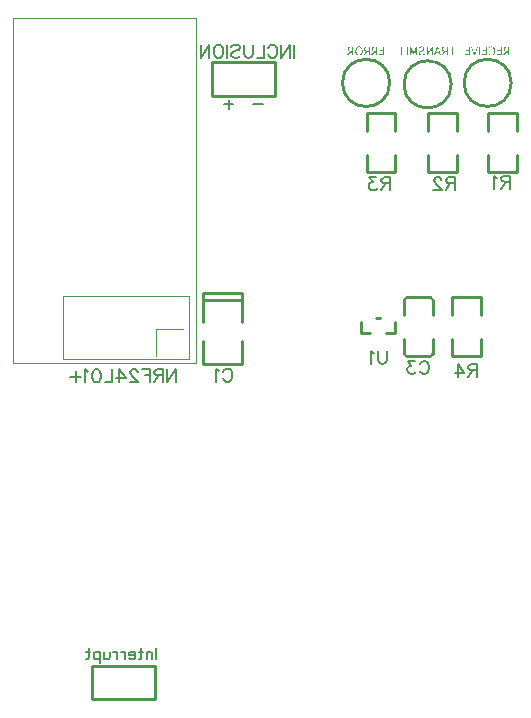
<source format=gbo>
G04 Layer: BottomSilkLayer*
G04 EasyEDA v6.4.19.5, 2021-05-22T19:54:24+02:00*
G04 224cf8713a1a4faea1e3f274148ba73b,c38686c9fe6447858fcbf2546f174441,10*
G04 Gerber Generator version 0.2*
G04 Scale: 100 percent, Rotated: No, Reflected: No *
G04 Dimensions in millimeters *
G04 leading zeros omitted , absolute positions ,4 integer and 5 decimal *
%FSLAX45Y45*%
%MOMM*%

%ADD10C,0.2540*%
%ADD19C,0.2032*%
%ADD20C,0.1200*%
%ADD21C,0.1524*%

%LPD*%
G36*
X-1214628Y977392D02*
G01*
X-1221282Y976731D01*
X-1227378Y974750D01*
X-1232763Y971550D01*
X-1237335Y967181D01*
X-1241044Y961745D01*
X-1243787Y955192D01*
X-1245514Y947724D01*
X-1246124Y939292D01*
X-1237488Y939292D01*
X-1237081Y945997D01*
X-1235862Y952042D01*
X-1233932Y957275D01*
X-1231290Y961694D01*
X-1227988Y965250D01*
X-1224076Y967841D01*
X-1219606Y969467D01*
X-1214628Y970026D01*
X-1209700Y969467D01*
X-1205331Y967841D01*
X-1201470Y965250D01*
X-1198168Y961694D01*
X-1195578Y957275D01*
X-1193647Y952042D01*
X-1192428Y945997D01*
X-1192022Y939292D01*
X-1192428Y932383D01*
X-1193647Y926236D01*
X-1195578Y920851D01*
X-1198168Y916279D01*
X-1201470Y912672D01*
X-1205331Y909980D01*
X-1209700Y908354D01*
X-1214628Y907796D01*
X-1219606Y908354D01*
X-1224076Y909980D01*
X-1227988Y912672D01*
X-1231290Y916279D01*
X-1233932Y920851D01*
X-1235862Y926236D01*
X-1237081Y932383D01*
X-1237488Y939292D01*
X-1246124Y939292D01*
X-1245514Y930757D01*
X-1243787Y923137D01*
X-1241044Y916482D01*
X-1237335Y910894D01*
X-1232763Y906424D01*
X-1227378Y903122D01*
X-1221282Y901141D01*
X-1214628Y900430D01*
X-1208024Y901141D01*
X-1202029Y903122D01*
X-1196695Y906424D01*
X-1192174Y910894D01*
X-1188466Y916482D01*
X-1185672Y923137D01*
X-1183995Y930757D01*
X-1183386Y939292D01*
X-1183995Y947724D01*
X-1185672Y955192D01*
X-1188466Y961745D01*
X-1192174Y967181D01*
X-1196695Y971550D01*
X-1202029Y974750D01*
X-1208024Y976731D01*
G37*
G36*
X-1285240Y976121D02*
G01*
X-1290726Y975868D01*
X-1295704Y975055D01*
X-1300124Y973632D01*
X-1303934Y971550D01*
X-1306982Y968756D01*
X-1309217Y965200D01*
X-1310640Y960831D01*
X-1311148Y955548D01*
X-1302512Y955548D01*
X-1301292Y961999D01*
X-1297736Y966216D01*
X-1291894Y968552D01*
X-1283970Y969264D01*
X-1271016Y969264D01*
X-1271016Y940816D01*
X-1283970Y940816D01*
X-1291894Y941679D01*
X-1297736Y944371D01*
X-1301292Y948944D01*
X-1302512Y955548D01*
X-1311148Y955548D01*
X-1309928Y947674D01*
X-1306423Y941628D01*
X-1300988Y937310D01*
X-1293876Y934719D01*
X-1312926Y901700D01*
X-1303528Y901700D01*
X-1284986Y933703D01*
X-1271016Y933703D01*
X-1271016Y901700D01*
X-1262634Y901700D01*
X-1262634Y976121D01*
G37*
G36*
X-1146810Y976121D02*
G01*
X-1152194Y975868D01*
X-1157122Y975055D01*
X-1161491Y973632D01*
X-1165250Y971550D01*
X-1168298Y968756D01*
X-1170584Y965200D01*
X-1171956Y960831D01*
X-1172464Y955548D01*
X-1164082Y955548D01*
X-1162862Y961999D01*
X-1159306Y966216D01*
X-1153464Y968552D01*
X-1145540Y969264D01*
X-1132332Y969264D01*
X-1132332Y940816D01*
X-1145540Y940816D01*
X-1153464Y941679D01*
X-1159306Y944371D01*
X-1162862Y948944D01*
X-1164082Y955548D01*
X-1172464Y955548D01*
X-1171244Y947674D01*
X-1167739Y941628D01*
X-1162304Y937310D01*
X-1155192Y934719D01*
X-1174496Y901700D01*
X-1164844Y901700D01*
X-1146302Y933703D01*
X-1132332Y933703D01*
X-1132332Y901700D01*
X-1123950Y901700D01*
X-1123950Y976121D01*
G37*
G36*
X-1083056Y976121D02*
G01*
X-1088542Y975868D01*
X-1093470Y975055D01*
X-1097889Y973632D01*
X-1101598Y971550D01*
X-1104595Y968756D01*
X-1106830Y965200D01*
X-1108252Y960831D01*
X-1108710Y955548D01*
X-1100328Y955548D01*
X-1099108Y961999D01*
X-1095552Y966216D01*
X-1089710Y968552D01*
X-1081786Y969264D01*
X-1068832Y969264D01*
X-1068832Y940816D01*
X-1081786Y940816D01*
X-1089710Y941679D01*
X-1095552Y944371D01*
X-1099108Y948944D01*
X-1100328Y955548D01*
X-1108710Y955548D01*
X-1107490Y947674D01*
X-1103985Y941628D01*
X-1098550Y937310D01*
X-1091438Y934719D01*
X-1110742Y901700D01*
X-1101344Y901700D01*
X-1082548Y933703D01*
X-1068832Y933703D01*
X-1068832Y901700D01*
X-1060196Y901700D01*
X-1060196Y976121D01*
G37*
G36*
X-1043432Y976121D02*
G01*
X-1043432Y969010D01*
X-1009396Y969010D01*
X-1009396Y944371D01*
X-1037844Y944371D01*
X-1037844Y937260D01*
X-1009396Y937260D01*
X-1009396Y908812D01*
X-1044448Y908812D01*
X-1044448Y901700D01*
X-1001014Y901700D01*
X-1001014Y976121D01*
G37*
G36*
X-94183Y977392D02*
G01*
X-100584Y976630D01*
X-106121Y974648D01*
X-110794Y971702D01*
X-114503Y968248D01*
X-109677Y962914D01*
X-106578Y965860D01*
X-102971Y968095D01*
X-98856Y969518D01*
X-94183Y970026D01*
X-89001Y969467D01*
X-84328Y967841D01*
X-80264Y965250D01*
X-76809Y961694D01*
X-74015Y957224D01*
X-71983Y951941D01*
X-70713Y945845D01*
X-70307Y939037D01*
X-70713Y932230D01*
X-71932Y926134D01*
X-73964Y920800D01*
X-76657Y916279D01*
X-80060Y912672D01*
X-84124Y909980D01*
X-88747Y908354D01*
X-93929Y907796D01*
X-99060Y908354D01*
X-103632Y910031D01*
X-107696Y912723D01*
X-111455Y916432D01*
X-116281Y911098D01*
X-111607Y906526D01*
X-106375Y903173D01*
X-100431Y901141D01*
X-93675Y900430D01*
X-86969Y901090D01*
X-80822Y903071D01*
X-75387Y906271D01*
X-70713Y910640D01*
X-66903Y916178D01*
X-64058Y922731D01*
X-62280Y930300D01*
X-61671Y938784D01*
X-62280Y947318D01*
X-64109Y954887D01*
X-67005Y961491D01*
X-70866Y967028D01*
X-75641Y971448D01*
X-81178Y974699D01*
X-87376Y976731D01*
G37*
G36*
X-318719Y976121D02*
G01*
X-318719Y969010D01*
X-284937Y969010D01*
X-284937Y944371D01*
X-313385Y944371D01*
X-313385Y937260D01*
X-284937Y937260D01*
X-284937Y908812D01*
X-319989Y908812D01*
X-319989Y901700D01*
X-276555Y901700D01*
X-276555Y976121D01*
G37*
G36*
X-265887Y976121D02*
G01*
X-242265Y901700D01*
X-232613Y901700D01*
X-208737Y976121D01*
X-217627Y976121D01*
X-235356Y916686D01*
X-237439Y910336D01*
X-237693Y910336D01*
X-257505Y976121D01*
G37*
G36*
X-198069Y976121D02*
G01*
X-198069Y901700D01*
X-189687Y901700D01*
X-189687Y976121D01*
G37*
G36*
X-172669Y976121D02*
G01*
X-172669Y969010D01*
X-138887Y969010D01*
X-138887Y944371D01*
X-167335Y944371D01*
X-167335Y937260D01*
X-138887Y937260D01*
X-138887Y908812D01*
X-173939Y908812D01*
X-173939Y901700D01*
X-130251Y901700D01*
X-130251Y976121D01*
G37*
G36*
X-48971Y976121D02*
G01*
X-48971Y969010D01*
X-14935Y969010D01*
X-14935Y944371D01*
X-43637Y944371D01*
X-43637Y937260D01*
X-14935Y937260D01*
X-14935Y908812D01*
X-49987Y908812D01*
X-49987Y901700D01*
X-6553Y901700D01*
X-6553Y976121D01*
G37*
G36*
X34340Y976121D02*
G01*
X28905Y975868D01*
X23926Y975055D01*
X19558Y973632D01*
X15798Y971550D01*
X12801Y968756D01*
X10566Y965200D01*
X9194Y960831D01*
X8686Y955548D01*
X17068Y955548D01*
X18288Y961999D01*
X21894Y966216D01*
X27686Y968552D01*
X35610Y969264D01*
X48564Y969264D01*
X48564Y940816D01*
X35610Y940816D01*
X27686Y941679D01*
X21894Y944371D01*
X18288Y948944D01*
X17068Y955548D01*
X8686Y955548D01*
X9956Y947674D01*
X13411Y941628D01*
X18897Y937310D01*
X25958Y934719D01*
X6654Y901700D01*
X16052Y901700D01*
X34848Y933703D01*
X48564Y933703D01*
X48564Y901700D01*
X57200Y901700D01*
X57200Y976121D01*
G37*
G36*
X-682752Y977392D02*
G01*
X-689305Y976731D01*
X-695198Y974801D01*
X-700328Y971905D01*
X-704596Y968248D01*
X-700024Y962914D01*
X-696417Y965860D01*
X-692353Y968095D01*
X-687832Y969518D01*
X-682752Y970026D01*
X-676910Y969264D01*
X-672388Y966978D01*
X-669544Y963371D01*
X-668528Y958596D01*
X-669645Y953719D01*
X-672541Y950214D01*
X-676452Y947674D01*
X-680720Y945642D01*
X-691642Y941069D01*
X-697585Y937920D01*
X-702513Y933805D01*
X-705916Y928420D01*
X-707136Y921258D01*
X-706678Y916990D01*
X-705408Y913079D01*
X-703275Y909523D01*
X-700379Y906475D01*
X-696772Y903935D01*
X-692454Y902055D01*
X-687527Y900836D01*
X-681990Y900430D01*
X-674471Y901192D01*
X-667613Y903427D01*
X-661568Y906881D01*
X-656336Y911352D01*
X-661416Y917194D01*
X-665784Y913282D01*
X-670763Y910285D01*
X-676300Y908456D01*
X-682244Y907796D01*
X-689051Y908710D01*
X-694182Y911301D01*
X-697382Y915314D01*
X-698500Y920496D01*
X-697534Y925626D01*
X-694791Y929284D01*
X-690778Y931926D01*
X-675132Y939037D01*
X-669747Y941781D01*
X-664870Y945591D01*
X-661263Y950925D01*
X-659892Y958087D01*
X-661619Y965809D01*
X-666343Y971905D01*
X-673608Y975969D01*
G37*
G36*
X-879602Y976121D02*
G01*
X-879602Y969010D01*
X-856742Y969010D01*
X-856742Y901700D01*
X-848360Y901700D01*
X-848360Y969010D01*
X-825500Y969010D01*
X-825500Y976121D01*
G37*
G36*
X-812038Y976121D02*
G01*
X-812038Y901700D01*
X-803656Y901700D01*
X-803656Y976121D01*
G37*
G36*
X-782828Y976121D02*
G01*
X-782828Y901700D01*
X-774954Y901700D01*
X-775055Y949756D01*
X-775970Y966216D01*
X-775716Y966216D01*
X-755142Y909319D01*
X-749300Y909319D01*
X-734822Y949452D01*
X-728980Y966216D01*
X-728472Y966216D01*
X-729183Y955344D01*
X-729488Y944626D01*
X-729488Y901700D01*
X-721868Y901700D01*
X-721868Y976121D01*
X-732282Y976121D01*
X-752348Y919480D01*
X-752856Y919480D01*
X-757936Y935482D01*
X-772414Y976121D01*
G37*
G36*
X-641096Y976121D02*
G01*
X-641096Y901700D01*
X-632206Y901700D01*
X-604266Y949960D01*
X-596138Y965200D01*
X-595630Y965200D01*
X-596341Y953871D01*
X-596646Y942340D01*
X-596646Y901700D01*
X-588772Y901700D01*
X-588772Y976121D01*
X-597408Y976121D01*
X-625602Y927862D01*
X-633476Y912621D01*
X-633984Y912621D01*
X-633272Y924102D01*
X-632968Y935736D01*
X-632968Y976121D01*
G37*
G36*
X-552450Y976121D02*
G01*
X-567772Y931671D01*
X-559562Y931671D01*
X-547878Y969010D01*
X-547624Y969010D01*
X-540004Y943864D01*
X-535940Y931671D01*
X-567772Y931671D01*
X-578104Y901700D01*
X-568960Y901700D01*
X-561594Y925068D01*
X-533908Y925068D01*
X-526288Y901700D01*
X-517906Y901700D01*
X-543306Y976121D01*
G37*
G36*
X-487172Y976121D02*
G01*
X-492658Y975868D01*
X-497585Y975055D01*
X-502005Y973632D01*
X-505714Y971550D01*
X-508711Y968756D01*
X-510946Y965200D01*
X-512368Y960831D01*
X-512826Y955548D01*
X-504443Y955548D01*
X-503224Y961999D01*
X-499668Y966216D01*
X-493826Y968552D01*
X-485901Y969264D01*
X-472948Y969264D01*
X-472948Y940816D01*
X-485901Y940816D01*
X-493826Y941679D01*
X-499668Y944371D01*
X-503224Y948944D01*
X-504443Y955548D01*
X-512826Y955548D01*
X-511606Y947674D01*
X-508101Y941628D01*
X-502666Y937310D01*
X-495554Y934719D01*
X-514858Y901700D01*
X-505459Y901700D01*
X-486664Y933703D01*
X-472948Y933703D01*
X-472948Y901700D01*
X-464312Y901700D01*
X-464312Y976121D01*
G37*
G36*
X-450850Y976121D02*
G01*
X-450850Y969010D01*
X-428243Y969010D01*
X-428243Y901700D01*
X-419608Y901700D01*
X-419608Y969010D01*
X-397002Y969010D01*
X-397002Y976121D01*
G37*
D21*
X-215900Y-1713484D02*
G01*
X-215900Y-1822450D01*
X-215900Y-1713484D02*
G01*
X-262636Y-1713484D01*
X-278129Y-1718564D01*
X-283463Y-1723898D01*
X-288543Y-1734312D01*
X-288543Y-1744726D01*
X-283463Y-1755140D01*
X-278129Y-1760220D01*
X-262636Y-1765300D01*
X-215900Y-1765300D01*
X-252222Y-1765300D02*
G01*
X-288543Y-1822450D01*
X-374904Y-1713484D02*
G01*
X-322834Y-1786128D01*
X-400811Y-1786128D01*
X-374904Y-1713484D02*
G01*
X-374904Y-1822450D01*
X-977900Y-1599184D02*
G01*
X-977900Y-1677162D01*
X-982979Y-1692656D01*
X-993393Y-1703070D01*
X-1009141Y-1708150D01*
X-1019556Y-1708150D01*
X-1035050Y-1703070D01*
X-1045463Y-1692656D01*
X-1050543Y-1677162D01*
X-1050543Y-1599184D01*
X-1084834Y-1620012D02*
G01*
X-1095247Y-1614678D01*
X-1110995Y-1599184D01*
X-1110995Y-1708150D01*
X-700277Y-1713992D02*
G01*
X-694943Y-1703578D01*
X-684529Y-1693164D01*
X-674370Y-1688084D01*
X-653541Y-1688084D01*
X-643127Y-1693164D01*
X-632713Y-1703578D01*
X-627379Y-1713992D01*
X-622300Y-1729740D01*
X-622300Y-1755648D01*
X-627379Y-1771142D01*
X-632713Y-1781556D01*
X-643127Y-1791970D01*
X-653541Y-1797050D01*
X-674370Y-1797050D01*
X-684529Y-1791970D01*
X-694943Y-1781556D01*
X-700277Y-1771142D01*
X-744981Y-1688084D02*
G01*
X-802131Y-1688084D01*
X-770890Y-1729740D01*
X-786384Y-1729740D01*
X-796797Y-1734820D01*
X-802131Y-1739900D01*
X-807211Y-1755648D01*
X-807211Y-1766062D01*
X-802131Y-1781556D01*
X-791718Y-1791970D01*
X-775970Y-1797050D01*
X-760475Y-1797050D01*
X-744981Y-1791970D01*
X-739647Y-1786890D01*
X-734568Y-1776476D01*
X-1765300Y991638D02*
G01*
X-1765300Y882535D01*
X-1799590Y991638D02*
G01*
X-1799590Y882535D01*
X-1799590Y991638D02*
G01*
X-1872325Y882535D01*
X-1872325Y991638D02*
G01*
X-1872325Y882535D01*
X-1984547Y965662D02*
G01*
X-1979353Y976053D01*
X-1968962Y986444D01*
X-1958571Y991638D01*
X-1937788Y991638D01*
X-1927397Y986444D01*
X-1917006Y976053D01*
X-1911812Y965662D01*
X-1906615Y950074D01*
X-1906615Y924097D01*
X-1911812Y908512D01*
X-1917006Y898121D01*
X-1927397Y887729D01*
X-1937788Y882535D01*
X-1958571Y882535D01*
X-1968962Y887729D01*
X-1979353Y898121D01*
X-1984547Y908512D01*
X-2018837Y991638D02*
G01*
X-2018837Y882535D01*
X-2018837Y882535D02*
G01*
X-2081184Y882535D01*
X-2115474Y991638D02*
G01*
X-2115474Y913706D01*
X-2120668Y898121D01*
X-2131059Y887729D01*
X-2146645Y882535D01*
X-2157036Y882535D01*
X-2172624Y887729D01*
X-2183015Y898121D01*
X-2188209Y913706D01*
X-2188209Y991638D01*
X-2295235Y976053D02*
G01*
X-2284844Y986444D01*
X-2269258Y991638D01*
X-2248476Y991638D01*
X-2232891Y986444D01*
X-2222500Y976053D01*
X-2222500Y965662D01*
X-2227694Y955271D01*
X-2232891Y950074D01*
X-2243282Y944879D01*
X-2274455Y934488D01*
X-2284844Y929294D01*
X-2290041Y924097D01*
X-2295235Y913706D01*
X-2295235Y898121D01*
X-2284844Y887729D01*
X-2269258Y882535D01*
X-2248476Y882535D01*
X-2232891Y887729D01*
X-2222500Y898121D01*
X-2329525Y991638D02*
G01*
X-2329525Y882535D01*
X-2394988Y991638D02*
G01*
X-2384597Y986444D01*
X-2374206Y976053D01*
X-2369012Y965662D01*
X-2363815Y950074D01*
X-2363815Y924097D01*
X-2369012Y908512D01*
X-2374206Y898121D01*
X-2384597Y887729D01*
X-2394988Y882535D01*
X-2415771Y882535D01*
X-2426162Y887729D01*
X-2436553Y898121D01*
X-2441747Y908512D01*
X-2446944Y924097D01*
X-2446944Y950074D01*
X-2441747Y965662D01*
X-2436553Y976053D01*
X-2426162Y986444D01*
X-2415771Y991638D01*
X-2394988Y991638D01*
X-2481234Y991638D02*
G01*
X-2481234Y882535D01*
X-2481234Y991638D02*
G01*
X-2553970Y882535D01*
X-2553970Y991638D02*
G01*
X-2553970Y882535D01*
D19*
X-2026920Y485896D02*
G01*
X-2108708Y485896D01*
X-2319527Y526790D02*
G01*
X-2319527Y444748D01*
X-2278634Y485896D02*
G01*
X-2360675Y485896D01*
D21*
X-2768600Y-1756669D02*
G01*
X-2768600Y-1865635D01*
X-2768600Y-1756669D02*
G01*
X-2841243Y-1865635D01*
X-2841243Y-1756669D02*
G01*
X-2841243Y-1865635D01*
X-2875534Y-1756669D02*
G01*
X-2875534Y-1865635D01*
X-2875534Y-1756669D02*
G01*
X-2922270Y-1756669D01*
X-2938018Y-1761749D01*
X-2943097Y-1767083D01*
X-2948431Y-1777497D01*
X-2948431Y-1787911D01*
X-2943097Y-1798325D01*
X-2938018Y-1803405D01*
X-2922270Y-1808485D01*
X-2875534Y-1808485D01*
X-2912109Y-1808485D02*
G01*
X-2948431Y-1865635D01*
X-2982722Y-1756669D02*
G01*
X-2982722Y-1865635D01*
X-2982722Y-1756669D02*
G01*
X-3050286Y-1756669D01*
X-2982722Y-1808485D02*
G01*
X-3024124Y-1808485D01*
X-3089656Y-1782577D02*
G01*
X-3089656Y-1777497D01*
X-3094990Y-1767083D01*
X-3100070Y-1761749D01*
X-3110484Y-1756669D01*
X-3131311Y-1756669D01*
X-3141725Y-1761749D01*
X-3146806Y-1767083D01*
X-3152140Y-1777497D01*
X-3152140Y-1787911D01*
X-3146806Y-1798325D01*
X-3136391Y-1813819D01*
X-3084575Y-1865635D01*
X-3157220Y-1865635D01*
X-3243579Y-1756669D02*
G01*
X-3191509Y-1829313D01*
X-3269488Y-1829313D01*
X-3243579Y-1756669D02*
G01*
X-3243579Y-1865635D01*
X-3303777Y-1756669D02*
G01*
X-3303777Y-1865635D01*
X-3303777Y-1865635D02*
G01*
X-3366008Y-1865635D01*
X-3431540Y-1756669D02*
G01*
X-3416045Y-1761749D01*
X-3405631Y-1777497D01*
X-3400297Y-1803405D01*
X-3400297Y-1818899D01*
X-3405631Y-1845061D01*
X-3416045Y-1860555D01*
X-3431540Y-1865635D01*
X-3441954Y-1865635D01*
X-3457447Y-1860555D01*
X-3467861Y-1845061D01*
X-3473195Y-1818899D01*
X-3473195Y-1803405D01*
X-3467861Y-1777497D01*
X-3457447Y-1761749D01*
X-3441954Y-1756669D01*
X-3431540Y-1756669D01*
X-3507486Y-1777497D02*
G01*
X-3517900Y-1772163D01*
X-3533394Y-1756669D01*
X-3533394Y-1865635D01*
X-3614420Y-1772163D02*
G01*
X-3614420Y-1865635D01*
X-3567684Y-1818899D02*
G01*
X-3661155Y-1818899D01*
X63500Y-118369D02*
G01*
X63500Y-227335D01*
X63500Y-118369D02*
G01*
X16763Y-118369D01*
X1270Y-123449D01*
X-4063Y-128783D01*
X-9143Y-139197D01*
X-9143Y-149611D01*
X-4063Y-160025D01*
X1270Y-165105D01*
X16763Y-170185D01*
X63500Y-170185D01*
X27177Y-170185D02*
G01*
X-9143Y-227335D01*
X-43434Y-139197D02*
G01*
X-53847Y-133863D01*
X-69595Y-118369D01*
X-69595Y-227335D01*
X-406400Y-131069D02*
G01*
X-406400Y-240035D01*
X-406400Y-131069D02*
G01*
X-453136Y-131069D01*
X-468629Y-136149D01*
X-473963Y-141483D01*
X-479043Y-151897D01*
X-479043Y-162311D01*
X-473963Y-172725D01*
X-468629Y-177805D01*
X-453136Y-182885D01*
X-406400Y-182885D01*
X-442722Y-182885D02*
G01*
X-479043Y-240035D01*
X-518668Y-156977D02*
G01*
X-518668Y-151897D01*
X-523747Y-141483D01*
X-529081Y-136149D01*
X-539495Y-131069D01*
X-560070Y-131069D01*
X-570484Y-136149D01*
X-575818Y-141483D01*
X-580897Y-151897D01*
X-580897Y-162311D01*
X-575818Y-172725D01*
X-565404Y-188219D01*
X-513334Y-240035D01*
X-586231Y-240035D01*
X-952500Y-131069D02*
G01*
X-952500Y-240035D01*
X-952500Y-131069D02*
G01*
X-999236Y-131069D01*
X-1014729Y-136149D01*
X-1020063Y-141483D01*
X-1025143Y-151897D01*
X-1025143Y-162311D01*
X-1020063Y-172725D01*
X-1014729Y-177805D01*
X-999236Y-182885D01*
X-952500Y-182885D01*
X-988822Y-182885D02*
G01*
X-1025143Y-240035D01*
X-1069847Y-131069D02*
G01*
X-1126997Y-131069D01*
X-1096009Y-172725D01*
X-1111504Y-172725D01*
X-1121918Y-177805D01*
X-1126997Y-182885D01*
X-1132331Y-198633D01*
X-1132331Y-209047D01*
X-1126997Y-224541D01*
X-1116584Y-234955D01*
X-1101090Y-240035D01*
X-1085595Y-240035D01*
X-1069847Y-234955D01*
X-1064768Y-229875D01*
X-1059434Y-219461D01*
X-2365502Y-1777243D02*
G01*
X-2360168Y-1766829D01*
X-2349754Y-1756415D01*
X-2339593Y-1751335D01*
X-2318765Y-1751335D01*
X-2308352Y-1756415D01*
X-2297938Y-1766829D01*
X-2292604Y-1777243D01*
X-2287524Y-1792991D01*
X-2287524Y-1818899D01*
X-2292604Y-1834393D01*
X-2297938Y-1844807D01*
X-2308352Y-1855221D01*
X-2318765Y-1860301D01*
X-2339593Y-1860301D01*
X-2349754Y-1855221D01*
X-2360168Y-1844807D01*
X-2365502Y-1834393D01*
X-2399791Y-1772163D02*
G01*
X-2410206Y-1766829D01*
X-2425700Y-1751335D01*
X-2425700Y-1860301D01*
D19*
X-2933700Y-4115562D02*
G01*
X-2933700Y-4211066D01*
X-2963672Y-4147312D02*
G01*
X-2963672Y-4211066D01*
X-2963672Y-4165600D02*
G01*
X-2977388Y-4151884D01*
X-2986531Y-4147312D01*
X-2999993Y-4147312D01*
X-3009138Y-4151884D01*
X-3013709Y-4165600D01*
X-3013709Y-4211066D01*
X-3057397Y-4115562D02*
G01*
X-3057397Y-4192778D01*
X-3061970Y-4206494D01*
X-3070859Y-4211066D01*
X-3080004Y-4211066D01*
X-3043681Y-4147312D02*
G01*
X-3075431Y-4147312D01*
X-3109975Y-4174490D02*
G01*
X-3164586Y-4174490D01*
X-3164586Y-4165600D01*
X-3160013Y-4156456D01*
X-3155441Y-4151884D01*
X-3146552Y-4147312D01*
X-3132836Y-4147312D01*
X-3123691Y-4151884D01*
X-3114547Y-4161028D01*
X-3109975Y-4174490D01*
X-3109975Y-4183634D01*
X-3114547Y-4197350D01*
X-3123691Y-4206494D01*
X-3132836Y-4211066D01*
X-3146552Y-4211066D01*
X-3155441Y-4206494D01*
X-3164586Y-4197350D01*
X-3194558Y-4147312D02*
G01*
X-3194558Y-4211066D01*
X-3194558Y-4174490D02*
G01*
X-3199129Y-4161028D01*
X-3208274Y-4151884D01*
X-3217418Y-4147312D01*
X-3230879Y-4147312D01*
X-3260852Y-4147312D02*
G01*
X-3260852Y-4211066D01*
X-3260852Y-4174490D02*
G01*
X-3265424Y-4161028D01*
X-3274568Y-4151884D01*
X-3283711Y-4147312D01*
X-3297427Y-4147312D01*
X-3327400Y-4147312D02*
G01*
X-3327400Y-4192778D01*
X-3331972Y-4206494D01*
X-3340861Y-4211066D01*
X-3354577Y-4211066D01*
X-3363722Y-4206494D01*
X-3377438Y-4192778D01*
X-3377438Y-4147312D02*
G01*
X-3377438Y-4211066D01*
X-3407409Y-4147312D02*
G01*
X-3407409Y-4242816D01*
X-3407409Y-4161028D02*
G01*
X-3416300Y-4151884D01*
X-3425443Y-4147312D01*
X-3439159Y-4147312D01*
X-3448304Y-4151884D01*
X-3457447Y-4161028D01*
X-3461765Y-4174490D01*
X-3461765Y-4183634D01*
X-3457447Y-4197350D01*
X-3448304Y-4206494D01*
X-3439159Y-4211066D01*
X-3425443Y-4211066D01*
X-3416300Y-4206494D01*
X-3407409Y-4197350D01*
X-3505454Y-4115562D02*
G01*
X-3505454Y-4192778D01*
X-3510025Y-4206494D01*
X-3519170Y-4211066D01*
X-3528313Y-4211066D01*
X-3491991Y-4147312D02*
G01*
X-3523742Y-4147312D01*
D10*
X-184800Y-1647004D02*
G01*
X-424799Y-1647004D01*
X-424799Y-1297005D02*
G01*
X-424799Y-1147005D01*
X-184800Y-1297005D02*
G01*
X-184800Y-1147005D01*
X-424799Y-1497004D02*
G01*
X-424799Y-1647004D01*
X-184800Y-1497004D02*
G01*
X-184800Y-1647004D01*
X-184800Y-1147005D02*
G01*
X-424799Y-1147005D01*
X-1071879Y-1320800D02*
G01*
X-1036320Y-1320800D01*
X-909320Y-1358900D02*
G01*
X-909320Y-1447800D01*
X-985520Y-1447800D01*
X-1122679Y-1447800D02*
G01*
X-1198879Y-1447800D01*
X-1198879Y-1358900D01*
X-611200Y-1146997D02*
G01*
X-811199Y-1146997D01*
X-591200Y-1496999D02*
G01*
X-591200Y-1616999D01*
X-831199Y-1496999D02*
G01*
X-831199Y-1616999D01*
X-591200Y-1296997D02*
G01*
X-591200Y-1177000D01*
X-831199Y-1296997D02*
G01*
X-831199Y-1177000D01*
X-611200Y-1646999D02*
G01*
X-811199Y-1646999D01*
X-591200Y-1626999D02*
G01*
X-591200Y-1616999D01*
X-831199Y-1626999D02*
G01*
X-831199Y-1616999D01*
X-591200Y-1166997D02*
G01*
X-591200Y-1177000D01*
X-831199Y-1166997D02*
G01*
X-831199Y-1177000D01*
X-1925320Y848354D02*
G01*
X-2458720Y848354D01*
X-2458720Y561334D01*
X-1925320Y561334D01*
X-1925320Y848354D01*
D20*
X-2654300Y-1668785D02*
G01*
X-2654300Y-1135385D01*
X-3721100Y-1135385D01*
X-3721100Y-1668785D01*
X-2654300Y-1668785D01*
X-2705100Y-1414785D02*
G01*
X-2933700Y-1414785D01*
X-2933700Y-1643385D01*
X-2596641Y-1701805D02*
G01*
X-2596641Y1218178D01*
X-4141723Y1218178D01*
X-4141723Y-1701805D01*
X-2596641Y-1701805D01*
D10*
X119999Y-89989D02*
G01*
X-119999Y-89989D01*
X-119999Y260009D02*
G01*
X-119999Y410009D01*
X119999Y260009D02*
G01*
X119999Y410009D01*
X-119999Y60010D02*
G01*
X-119999Y-89989D01*
X119999Y60010D02*
G01*
X119999Y-89989D01*
X119999Y410009D02*
G01*
X-119999Y410009D01*
X-388000Y-89989D02*
G01*
X-627999Y-89989D01*
X-627999Y260009D02*
G01*
X-627999Y410009D01*
X-388000Y260009D02*
G01*
X-388000Y410009D01*
X-627999Y60010D02*
G01*
X-627999Y-89989D01*
X-388000Y60010D02*
G01*
X-388000Y-89989D01*
X-388000Y410009D02*
G01*
X-627999Y410009D01*
X-908700Y-89989D02*
G01*
X-1148699Y-89989D01*
X-1148699Y260009D02*
G01*
X-1148699Y410009D01*
X-908700Y260009D02*
G01*
X-908700Y410009D01*
X-1148699Y60010D02*
G01*
X-1148699Y-89989D01*
X-908700Y60010D02*
G01*
X-908700Y-89989D01*
X-908700Y410009D02*
G01*
X-1148699Y410009D01*
X-2209901Y-1360175D02*
G01*
X-2209901Y-1167490D01*
X-2539898Y-1167490D01*
X-2539898Y-1114150D01*
X-2209901Y-1114150D01*
X-2209901Y-1167490D01*
X-2539898Y-1520195D02*
G01*
X-2539898Y-1712879D01*
X-2209901Y-1712879D01*
X-2209901Y-1520195D01*
X-2539898Y-1360175D02*
G01*
X-2539898Y-1167490D01*
X-2941320Y-4264660D02*
G01*
X-3474720Y-4264660D01*
X-3474720Y-4551680D01*
X-2941320Y-4551680D01*
X-2941320Y-4264660D01*
G75*
G01*
X-611200Y-1647000D02*
G03*
X-591200Y-1627000I0J20000D01*
G75*
G01*
X-811200Y-1647000D02*
G02*
X-831200Y-1627000I0J20000D01*
G75*
G01*
X-611200Y-1146998D02*
G02*
X-591200Y-1166998I0J-20000D01*
G75*
G01*
X-811200Y-1146998D02*
G03*
X-831200Y-1166998I0J-20000D01*
G75*
G01
X-955294Y668269D02*
G03X-955294Y668269I-199898J0D01*
G75*
G01
X73406Y668269D02*
G03X73406Y668269I-199898J0D01*
G75*
G01
X-434594Y655569D02*
G03X-434594Y655569I-199898J0D01*
M02*

</source>
